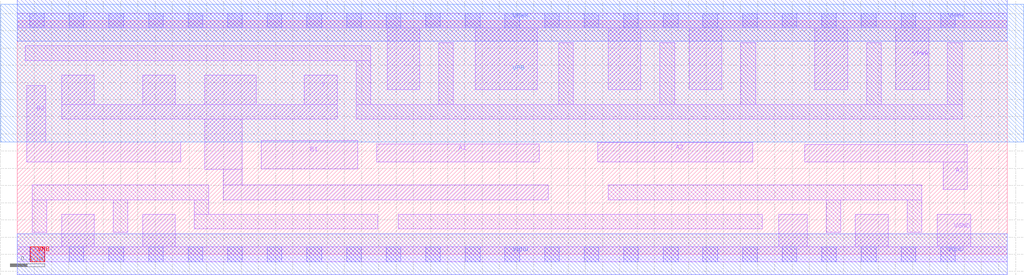
<source format=lef>
# Copyright 2020 The SkyWater PDK Authors
#
# Licensed under the Apache License, Version 2.0 (the "License");
# you may not use this file except in compliance with the License.
# You may obtain a copy of the License at
#
#     https://www.apache.org/licenses/LICENSE-2.0
#
# Unless required by applicable law or agreed to in writing, software
# distributed under the License is distributed on an "AS IS" BASIS,
# WITHOUT WARRANTIES OR CONDITIONS OF ANY KIND, either express or implied.
# See the License for the specific language governing permissions and
# limitations under the License.
#
# SPDX-License-Identifier: Apache-2.0

VERSION 5.7 ;
  NOWIREEXTENSIONATPIN ON ;
  DIVIDERCHAR "/" ;
  BUSBITCHARS "[]" ;
PROPERTYDEFINITIONS
  MACRO maskLayoutSubType STRING ;
  MACRO prCellType STRING ;
  MACRO originalViewName STRING ;
END PROPERTYDEFINITIONS
MACRO sky130_fd_sc_hdll__a32oi_4
  CLASS CORE ;
  FOREIGN sky130_fd_sc_hdll__a32oi_4 ;
  ORIGIN  0.000000  0.000000 ;
  SIZE  11.50000 BY  2.720000 ;
  SYMMETRY X Y R90 ;
  SITE unithd ;
  PIN A1
    ANTENNAGATEAREA  1.110000 ;
    DIRECTION INPUT ;
    USE SIGNAL ;
    PORT
      LAYER li1 ;
        RECT 4.175000 1.075000 6.065000 1.285000 ;
    END
  END A1
  PIN A2
    ANTENNAGATEAREA  1.110000 ;
    DIRECTION INPUT ;
    USE SIGNAL ;
    PORT
      LAYER li1 ;
        RECT 6.745000 1.075000 8.545000 1.300000 ;
    END
  END A2
  PIN A3
    ANTENNAGATEAREA  1.110000 ;
    DIRECTION INPUT ;
    USE SIGNAL ;
    PORT
      LAYER li1 ;
        RECT  9.145000 1.075000 11.035000 1.280000 ;
        RECT 10.755000 0.755000 11.035000 1.075000 ;
    END
  END A3
  PIN B1
    ANTENNAGATEAREA  1.110000 ;
    DIRECTION INPUT ;
    USE SIGNAL ;
    PORT
      LAYER li1 ;
        RECT 2.835000 0.995000 3.955000 1.325000 ;
    END
  END B1
  PIN B2
    ANTENNAGATEAREA  1.110000 ;
    DIRECTION INPUT ;
    USE SIGNAL ;
    PORT
      LAYER li1 ;
        RECT 0.110000 1.075000 1.900000 1.305000 ;
        RECT 0.110000 1.305000 0.330000 1.965000 ;
    END
  END B2
  PIN VNB
    PORT
      LAYER pwell ;
        RECT 0.150000 -0.085000 0.320000 0.085000 ;
    END
  END VNB
  PIN VPB
    PORT
      LAYER nwell ;
        RECT -0.190000 1.305000 11.690000 2.910000 ;
    END
  END VPB
  PIN Y
    ANTENNADIFFAREA  2.024500 ;
    DIRECTION OUTPUT ;
    USE SIGNAL ;
    PORT
      LAYER li1 ;
        RECT 0.515000 1.575000 3.715000 1.745000 ;
        RECT 0.515000 1.745000 0.895000 2.085000 ;
        RECT 1.455000 1.745000 1.835000 2.085000 ;
        RECT 2.175000 0.990000 2.615000 1.575000 ;
        RECT 2.175000 1.745000 2.775000 2.085000 ;
        RECT 2.395000 0.635000 6.165000 0.805000 ;
        RECT 2.395000 0.805000 2.615000 0.990000 ;
        RECT 3.335000 1.745000 3.715000 2.085000 ;
    END
  END Y
  PIN VGND
    DIRECTION INOUT ;
    USE GROUND ;
    PORT
      LAYER li1 ;
        RECT  0.000000 -0.085000 11.500000 0.085000 ;
        RECT  0.515000  0.085000  0.895000 0.465000 ;
        RECT  1.455000  0.085000  1.835000 0.465000 ;
        RECT  8.845000  0.085000  9.175000 0.465000 ;
        RECT  9.735000  0.085000 10.115000 0.465000 ;
        RECT 10.685000  0.085000 11.075000 0.465000 ;
      LAYER mcon ;
        RECT  0.145000 -0.085000  0.315000 0.085000 ;
        RECT  0.605000 -0.085000  0.775000 0.085000 ;
        RECT  1.065000 -0.085000  1.235000 0.085000 ;
        RECT  1.525000 -0.085000  1.695000 0.085000 ;
        RECT  1.985000 -0.085000  2.155000 0.085000 ;
        RECT  2.445000 -0.085000  2.615000 0.085000 ;
        RECT  2.905000 -0.085000  3.075000 0.085000 ;
        RECT  3.365000 -0.085000  3.535000 0.085000 ;
        RECT  3.825000 -0.085000  3.995000 0.085000 ;
        RECT  4.285000 -0.085000  4.455000 0.085000 ;
        RECT  4.745000 -0.085000  4.915000 0.085000 ;
        RECT  5.205000 -0.085000  5.375000 0.085000 ;
        RECT  5.665000 -0.085000  5.835000 0.085000 ;
        RECT  6.125000 -0.085000  6.295000 0.085000 ;
        RECT  6.585000 -0.085000  6.755000 0.085000 ;
        RECT  7.045000 -0.085000  7.215000 0.085000 ;
        RECT  7.505000 -0.085000  7.675000 0.085000 ;
        RECT  7.965000 -0.085000  8.135000 0.085000 ;
        RECT  8.425000 -0.085000  8.595000 0.085000 ;
        RECT  8.885000 -0.085000  9.055000 0.085000 ;
        RECT  9.345000 -0.085000  9.515000 0.085000 ;
        RECT  9.805000 -0.085000  9.975000 0.085000 ;
        RECT 10.265000 -0.085000 10.435000 0.085000 ;
        RECT 10.725000 -0.085000 10.895000 0.085000 ;
    END
    PORT
      LAYER met1 ;
        RECT 0.000000 -0.240000 11.500000 0.240000 ;
    END
  END VGND
  PIN VPWR
    DIRECTION INOUT ;
    USE POWER ;
    PORT
      LAYER li1 ;
        RECT  0.000000 2.635000 11.500000 2.805000 ;
        RECT  4.295000 1.915000  4.675000 2.635000 ;
        RECT  5.320000 1.915000  6.040000 2.635000 ;
        RECT  6.865000 1.915000  7.245000 2.635000 ;
        RECT  7.805000 1.915000  8.185000 2.635000 ;
        RECT  9.265000 1.915000  9.645000 2.635000 ;
        RECT 10.205000 1.915000 10.585000 2.635000 ;
      LAYER mcon ;
        RECT  0.145000 2.635000  0.315000 2.805000 ;
        RECT  0.605000 2.635000  0.775000 2.805000 ;
        RECT  1.065000 2.635000  1.235000 2.805000 ;
        RECT  1.525000 2.635000  1.695000 2.805000 ;
        RECT  1.985000 2.635000  2.155000 2.805000 ;
        RECT  2.445000 2.635000  2.615000 2.805000 ;
        RECT  2.905000 2.635000  3.075000 2.805000 ;
        RECT  3.365000 2.635000  3.535000 2.805000 ;
        RECT  3.825000 2.635000  3.995000 2.805000 ;
        RECT  4.285000 2.635000  4.455000 2.805000 ;
        RECT  4.745000 2.635000  4.915000 2.805000 ;
        RECT  5.205000 2.635000  5.375000 2.805000 ;
        RECT  5.665000 2.635000  5.835000 2.805000 ;
        RECT  6.125000 2.635000  6.295000 2.805000 ;
        RECT  6.585000 2.635000  6.755000 2.805000 ;
        RECT  7.045000 2.635000  7.215000 2.805000 ;
        RECT  7.505000 2.635000  7.675000 2.805000 ;
        RECT  7.965000 2.635000  8.135000 2.805000 ;
        RECT  8.425000 2.635000  8.595000 2.805000 ;
        RECT  8.885000 2.635000  9.055000 2.805000 ;
        RECT  9.345000 2.635000  9.515000 2.805000 ;
        RECT  9.805000 2.635000  9.975000 2.805000 ;
        RECT 10.265000 2.635000 10.435000 2.805000 ;
        RECT 10.725000 2.635000 10.895000 2.805000 ;
    END
    PORT
      LAYER met1 ;
        RECT 0.000000 2.480000 11.500000 2.960000 ;
    END
  END VPWR
  OBS
    LAYER li1 ;
      RECT  0.095000 2.255000  4.105000 2.425000 ;
      RECT  0.175000 0.255000  0.345000 0.635000 ;
      RECT  0.175000 0.635000  2.225000 0.805000 ;
      RECT  1.115000 0.255000  1.285000 0.635000 ;
      RECT  2.055000 0.295000  4.185000 0.465000 ;
      RECT  2.055000 0.465000  2.225000 0.635000 ;
      RECT  3.935000 1.575000 10.975000 1.745000 ;
      RECT  3.935000 1.745000  4.105000 2.255000 ;
      RECT  4.425000 0.295000  8.655000 0.465000 ;
      RECT  4.895000 1.745000  5.065000 2.465000 ;
      RECT  6.290000 1.745000  6.460000 2.465000 ;
      RECT  6.865000 0.635000 10.505000 0.805000 ;
      RECT  7.465000 1.745000  7.635000 2.465000 ;
      RECT  8.405000 1.745000  8.575000 2.465000 ;
      RECT  9.395000 0.255000  9.565000 0.635000 ;
      RECT  9.865000 1.745000 10.035000 2.465000 ;
      RECT 10.335000 0.255000 10.505000 0.635000 ;
      RECT 10.805000 1.745000 10.975000 2.465000 ;
  END
  PROPERTY maskLayoutSubType "abstract" ;
  PROPERTY prCellType "standard" ;
  PROPERTY originalViewName "layout" ;
END sky130_fd_sc_hdll__a32oi_4
END LIBRARY

</source>
